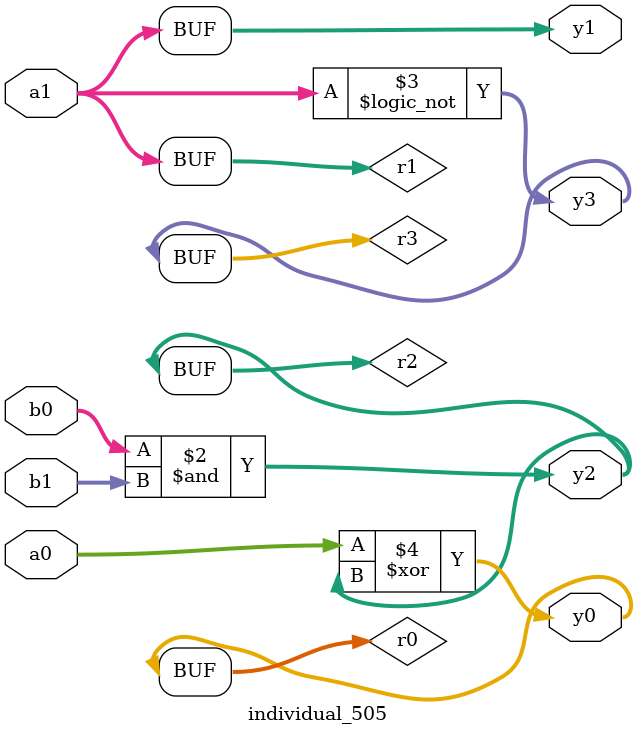
<source format=sv>
module individual_505(input logic [15:0] a1, input logic [15:0] a0, input logic [15:0] b1, input logic [15:0] b0, output logic [15:0] y3, output logic [15:0] y2, output logic [15:0] y1, output logic [15:0] y0);
logic [15:0] r0, r1, r2, r3; 
 always@(*) begin 
	 r0 = a0; r1 = a1; r2 = b0; r3 = b1; 
 	 r2  &=  r3 ;
 	 r3 = ! r1 ;
 	 r0  ^=  r2 ;
 	 y3 = r3; y2 = r2; y1 = r1; y0 = r0; 
end
endmodule
</source>
